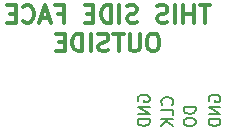
<source format=gbo>
G04 #@! TF.GenerationSoftware,KiCad,Pcbnew,8.0.2*
G04 #@! TF.CreationDate,2024-05-30T00:05:45-04:00*
G04 #@! TF.ProjectId,gc_sp2,67635f73-7032-42e6-9b69-6361645f7063,rev?*
G04 #@! TF.SameCoordinates,Original*
G04 #@! TF.FileFunction,Legend,Bot*
G04 #@! TF.FilePolarity,Positive*
%FSLAX46Y46*%
G04 Gerber Fmt 4.6, Leading zero omitted, Abs format (unit mm)*
G04 Created by KiCad (PCBNEW 8.0.2) date 2024-05-30 00:05:45*
%MOMM*%
%LPD*%
G01*
G04 APERTURE LIST*
%ADD10C,0.150000*%
%ADD11C,0.300000*%
G04 APERTURE END LIST*
D10*
X76102438Y-110115601D02*
X76054819Y-110020363D01*
X76054819Y-110020363D02*
X76054819Y-109877506D01*
X76054819Y-109877506D02*
X76102438Y-109734649D01*
X76102438Y-109734649D02*
X76197676Y-109639411D01*
X76197676Y-109639411D02*
X76292914Y-109591792D01*
X76292914Y-109591792D02*
X76483390Y-109544173D01*
X76483390Y-109544173D02*
X76626247Y-109544173D01*
X76626247Y-109544173D02*
X76816723Y-109591792D01*
X76816723Y-109591792D02*
X76911961Y-109639411D01*
X76911961Y-109639411D02*
X77007200Y-109734649D01*
X77007200Y-109734649D02*
X77054819Y-109877506D01*
X77054819Y-109877506D02*
X77054819Y-109972744D01*
X77054819Y-109972744D02*
X77007200Y-110115601D01*
X77007200Y-110115601D02*
X76959580Y-110163220D01*
X76959580Y-110163220D02*
X76626247Y-110163220D01*
X76626247Y-110163220D02*
X76626247Y-109972744D01*
X77054819Y-110591792D02*
X76054819Y-110591792D01*
X76054819Y-110591792D02*
X77054819Y-111163220D01*
X77054819Y-111163220D02*
X76054819Y-111163220D01*
X77054819Y-111639411D02*
X76054819Y-111639411D01*
X76054819Y-111639411D02*
X76054819Y-111877506D01*
X76054819Y-111877506D02*
X76102438Y-112020363D01*
X76102438Y-112020363D02*
X76197676Y-112115601D01*
X76197676Y-112115601D02*
X76292914Y-112163220D01*
X76292914Y-112163220D02*
X76483390Y-112210839D01*
X76483390Y-112210839D02*
X76626247Y-112210839D01*
X76626247Y-112210839D02*
X76816723Y-112163220D01*
X76816723Y-112163220D02*
X76911961Y-112115601D01*
X76911961Y-112115601D02*
X77007200Y-112020363D01*
X77007200Y-112020363D02*
X77054819Y-111877506D01*
X77054819Y-111877506D02*
X77054819Y-111639411D01*
X78959580Y-110401315D02*
X79007200Y-110353696D01*
X79007200Y-110353696D02*
X79054819Y-110210839D01*
X79054819Y-110210839D02*
X79054819Y-110115601D01*
X79054819Y-110115601D02*
X79007200Y-109972744D01*
X79007200Y-109972744D02*
X78911961Y-109877506D01*
X78911961Y-109877506D02*
X78816723Y-109829887D01*
X78816723Y-109829887D02*
X78626247Y-109782268D01*
X78626247Y-109782268D02*
X78483390Y-109782268D01*
X78483390Y-109782268D02*
X78292914Y-109829887D01*
X78292914Y-109829887D02*
X78197676Y-109877506D01*
X78197676Y-109877506D02*
X78102438Y-109972744D01*
X78102438Y-109972744D02*
X78054819Y-110115601D01*
X78054819Y-110115601D02*
X78054819Y-110210839D01*
X78054819Y-110210839D02*
X78102438Y-110353696D01*
X78102438Y-110353696D02*
X78150057Y-110401315D01*
X79054819Y-111306077D02*
X79054819Y-110829887D01*
X79054819Y-110829887D02*
X78054819Y-110829887D01*
X79054819Y-111639411D02*
X78054819Y-111639411D01*
X79054819Y-112210839D02*
X78483390Y-111782268D01*
X78054819Y-112210839D02*
X78626247Y-111639411D01*
X80954819Y-110591792D02*
X79954819Y-110591792D01*
X79954819Y-110591792D02*
X79954819Y-110829887D01*
X79954819Y-110829887D02*
X80002438Y-110972744D01*
X80002438Y-110972744D02*
X80097676Y-111067982D01*
X80097676Y-111067982D02*
X80192914Y-111115601D01*
X80192914Y-111115601D02*
X80383390Y-111163220D01*
X80383390Y-111163220D02*
X80526247Y-111163220D01*
X80526247Y-111163220D02*
X80716723Y-111115601D01*
X80716723Y-111115601D02*
X80811961Y-111067982D01*
X80811961Y-111067982D02*
X80907200Y-110972744D01*
X80907200Y-110972744D02*
X80954819Y-110829887D01*
X80954819Y-110829887D02*
X80954819Y-110591792D01*
X79954819Y-111782268D02*
X79954819Y-111972744D01*
X79954819Y-111972744D02*
X80002438Y-112067982D01*
X80002438Y-112067982D02*
X80097676Y-112163220D01*
X80097676Y-112163220D02*
X80288152Y-112210839D01*
X80288152Y-112210839D02*
X80621485Y-112210839D01*
X80621485Y-112210839D02*
X80811961Y-112163220D01*
X80811961Y-112163220D02*
X80907200Y-112067982D01*
X80907200Y-112067982D02*
X80954819Y-111972744D01*
X80954819Y-111972744D02*
X80954819Y-111782268D01*
X80954819Y-111782268D02*
X80907200Y-111687030D01*
X80907200Y-111687030D02*
X80811961Y-111591792D01*
X80811961Y-111591792D02*
X80621485Y-111544173D01*
X80621485Y-111544173D02*
X80288152Y-111544173D01*
X80288152Y-111544173D02*
X80097676Y-111591792D01*
X80097676Y-111591792D02*
X80002438Y-111687030D01*
X80002438Y-111687030D02*
X79954819Y-111782268D01*
D11*
X82142856Y-101970870D02*
X81285714Y-101970870D01*
X81714285Y-103470870D02*
X81714285Y-101970870D01*
X80785714Y-103470870D02*
X80785714Y-101970870D01*
X80785714Y-102685156D02*
X79928571Y-102685156D01*
X79928571Y-103470870D02*
X79928571Y-101970870D01*
X79214285Y-103470870D02*
X79214285Y-101970870D01*
X78571427Y-103399442D02*
X78357142Y-103470870D01*
X78357142Y-103470870D02*
X77999999Y-103470870D01*
X77999999Y-103470870D02*
X77857142Y-103399442D01*
X77857142Y-103399442D02*
X77785713Y-103328013D01*
X77785713Y-103328013D02*
X77714284Y-103185156D01*
X77714284Y-103185156D02*
X77714284Y-103042299D01*
X77714284Y-103042299D02*
X77785713Y-102899442D01*
X77785713Y-102899442D02*
X77857142Y-102828013D01*
X77857142Y-102828013D02*
X77999999Y-102756584D01*
X77999999Y-102756584D02*
X78285713Y-102685156D01*
X78285713Y-102685156D02*
X78428570Y-102613727D01*
X78428570Y-102613727D02*
X78499999Y-102542299D01*
X78499999Y-102542299D02*
X78571427Y-102399442D01*
X78571427Y-102399442D02*
X78571427Y-102256584D01*
X78571427Y-102256584D02*
X78499999Y-102113727D01*
X78499999Y-102113727D02*
X78428570Y-102042299D01*
X78428570Y-102042299D02*
X78285713Y-101970870D01*
X78285713Y-101970870D02*
X77928570Y-101970870D01*
X77928570Y-101970870D02*
X77714284Y-102042299D01*
X75999999Y-103399442D02*
X75785714Y-103470870D01*
X75785714Y-103470870D02*
X75428571Y-103470870D01*
X75428571Y-103470870D02*
X75285714Y-103399442D01*
X75285714Y-103399442D02*
X75214285Y-103328013D01*
X75214285Y-103328013D02*
X75142856Y-103185156D01*
X75142856Y-103185156D02*
X75142856Y-103042299D01*
X75142856Y-103042299D02*
X75214285Y-102899442D01*
X75214285Y-102899442D02*
X75285714Y-102828013D01*
X75285714Y-102828013D02*
X75428571Y-102756584D01*
X75428571Y-102756584D02*
X75714285Y-102685156D01*
X75714285Y-102685156D02*
X75857142Y-102613727D01*
X75857142Y-102613727D02*
X75928571Y-102542299D01*
X75928571Y-102542299D02*
X75999999Y-102399442D01*
X75999999Y-102399442D02*
X75999999Y-102256584D01*
X75999999Y-102256584D02*
X75928571Y-102113727D01*
X75928571Y-102113727D02*
X75857142Y-102042299D01*
X75857142Y-102042299D02*
X75714285Y-101970870D01*
X75714285Y-101970870D02*
X75357142Y-101970870D01*
X75357142Y-101970870D02*
X75142856Y-102042299D01*
X74500000Y-103470870D02*
X74500000Y-101970870D01*
X73785714Y-103470870D02*
X73785714Y-101970870D01*
X73785714Y-101970870D02*
X73428571Y-101970870D01*
X73428571Y-101970870D02*
X73214285Y-102042299D01*
X73214285Y-102042299D02*
X73071428Y-102185156D01*
X73071428Y-102185156D02*
X72999999Y-102328013D01*
X72999999Y-102328013D02*
X72928571Y-102613727D01*
X72928571Y-102613727D02*
X72928571Y-102828013D01*
X72928571Y-102828013D02*
X72999999Y-103113727D01*
X72999999Y-103113727D02*
X73071428Y-103256584D01*
X73071428Y-103256584D02*
X73214285Y-103399442D01*
X73214285Y-103399442D02*
X73428571Y-103470870D01*
X73428571Y-103470870D02*
X73785714Y-103470870D01*
X72285714Y-102685156D02*
X71785714Y-102685156D01*
X71571428Y-103470870D02*
X72285714Y-103470870D01*
X72285714Y-103470870D02*
X72285714Y-101970870D01*
X72285714Y-101970870D02*
X71571428Y-101970870D01*
X69285714Y-102685156D02*
X69785714Y-102685156D01*
X69785714Y-103470870D02*
X69785714Y-101970870D01*
X69785714Y-101970870D02*
X69071428Y-101970870D01*
X68571428Y-103042299D02*
X67857143Y-103042299D01*
X68714285Y-103470870D02*
X68214285Y-101970870D01*
X68214285Y-101970870D02*
X67714285Y-103470870D01*
X66357143Y-103328013D02*
X66428571Y-103399442D01*
X66428571Y-103399442D02*
X66642857Y-103470870D01*
X66642857Y-103470870D02*
X66785714Y-103470870D01*
X66785714Y-103470870D02*
X67000000Y-103399442D01*
X67000000Y-103399442D02*
X67142857Y-103256584D01*
X67142857Y-103256584D02*
X67214286Y-103113727D01*
X67214286Y-103113727D02*
X67285714Y-102828013D01*
X67285714Y-102828013D02*
X67285714Y-102613727D01*
X67285714Y-102613727D02*
X67214286Y-102328013D01*
X67214286Y-102328013D02*
X67142857Y-102185156D01*
X67142857Y-102185156D02*
X67000000Y-102042299D01*
X67000000Y-102042299D02*
X66785714Y-101970870D01*
X66785714Y-101970870D02*
X66642857Y-101970870D01*
X66642857Y-101970870D02*
X66428571Y-102042299D01*
X66428571Y-102042299D02*
X66357143Y-102113727D01*
X65714286Y-102685156D02*
X65214286Y-102685156D01*
X65000000Y-103470870D02*
X65714286Y-103470870D01*
X65714286Y-103470870D02*
X65714286Y-101970870D01*
X65714286Y-101970870D02*
X65000000Y-101970870D01*
X77499999Y-104385786D02*
X77214285Y-104385786D01*
X77214285Y-104385786D02*
X77071428Y-104457215D01*
X77071428Y-104457215D02*
X76928571Y-104600072D01*
X76928571Y-104600072D02*
X76857142Y-104885786D01*
X76857142Y-104885786D02*
X76857142Y-105385786D01*
X76857142Y-105385786D02*
X76928571Y-105671500D01*
X76928571Y-105671500D02*
X77071428Y-105814358D01*
X77071428Y-105814358D02*
X77214285Y-105885786D01*
X77214285Y-105885786D02*
X77499999Y-105885786D01*
X77499999Y-105885786D02*
X77642857Y-105814358D01*
X77642857Y-105814358D02*
X77785714Y-105671500D01*
X77785714Y-105671500D02*
X77857142Y-105385786D01*
X77857142Y-105385786D02*
X77857142Y-104885786D01*
X77857142Y-104885786D02*
X77785714Y-104600072D01*
X77785714Y-104600072D02*
X77642857Y-104457215D01*
X77642857Y-104457215D02*
X77499999Y-104385786D01*
X76214285Y-104385786D02*
X76214285Y-105600072D01*
X76214285Y-105600072D02*
X76142856Y-105742929D01*
X76142856Y-105742929D02*
X76071428Y-105814358D01*
X76071428Y-105814358D02*
X75928570Y-105885786D01*
X75928570Y-105885786D02*
X75642856Y-105885786D01*
X75642856Y-105885786D02*
X75499999Y-105814358D01*
X75499999Y-105814358D02*
X75428570Y-105742929D01*
X75428570Y-105742929D02*
X75357142Y-105600072D01*
X75357142Y-105600072D02*
X75357142Y-104385786D01*
X74857141Y-104385786D02*
X73999999Y-104385786D01*
X74428570Y-105885786D02*
X74428570Y-104385786D01*
X73571427Y-105814358D02*
X73357142Y-105885786D01*
X73357142Y-105885786D02*
X72999999Y-105885786D01*
X72999999Y-105885786D02*
X72857142Y-105814358D01*
X72857142Y-105814358D02*
X72785713Y-105742929D01*
X72785713Y-105742929D02*
X72714284Y-105600072D01*
X72714284Y-105600072D02*
X72714284Y-105457215D01*
X72714284Y-105457215D02*
X72785713Y-105314358D01*
X72785713Y-105314358D02*
X72857142Y-105242929D01*
X72857142Y-105242929D02*
X72999999Y-105171500D01*
X72999999Y-105171500D02*
X73285713Y-105100072D01*
X73285713Y-105100072D02*
X73428570Y-105028643D01*
X73428570Y-105028643D02*
X73499999Y-104957215D01*
X73499999Y-104957215D02*
X73571427Y-104814358D01*
X73571427Y-104814358D02*
X73571427Y-104671500D01*
X73571427Y-104671500D02*
X73499999Y-104528643D01*
X73499999Y-104528643D02*
X73428570Y-104457215D01*
X73428570Y-104457215D02*
X73285713Y-104385786D01*
X73285713Y-104385786D02*
X72928570Y-104385786D01*
X72928570Y-104385786D02*
X72714284Y-104457215D01*
X72071428Y-105885786D02*
X72071428Y-104385786D01*
X71357142Y-105885786D02*
X71357142Y-104385786D01*
X71357142Y-104385786D02*
X70999999Y-104385786D01*
X70999999Y-104385786D02*
X70785713Y-104457215D01*
X70785713Y-104457215D02*
X70642856Y-104600072D01*
X70642856Y-104600072D02*
X70571427Y-104742929D01*
X70571427Y-104742929D02*
X70499999Y-105028643D01*
X70499999Y-105028643D02*
X70499999Y-105242929D01*
X70499999Y-105242929D02*
X70571427Y-105528643D01*
X70571427Y-105528643D02*
X70642856Y-105671500D01*
X70642856Y-105671500D02*
X70785713Y-105814358D01*
X70785713Y-105814358D02*
X70999999Y-105885786D01*
X70999999Y-105885786D02*
X71357142Y-105885786D01*
X69857142Y-105100072D02*
X69357142Y-105100072D01*
X69142856Y-105885786D02*
X69857142Y-105885786D01*
X69857142Y-105885786D02*
X69857142Y-104385786D01*
X69857142Y-104385786D02*
X69142856Y-104385786D01*
D10*
X82102438Y-110115601D02*
X82054819Y-110020363D01*
X82054819Y-110020363D02*
X82054819Y-109877506D01*
X82054819Y-109877506D02*
X82102438Y-109734649D01*
X82102438Y-109734649D02*
X82197676Y-109639411D01*
X82197676Y-109639411D02*
X82292914Y-109591792D01*
X82292914Y-109591792D02*
X82483390Y-109544173D01*
X82483390Y-109544173D02*
X82626247Y-109544173D01*
X82626247Y-109544173D02*
X82816723Y-109591792D01*
X82816723Y-109591792D02*
X82911961Y-109639411D01*
X82911961Y-109639411D02*
X83007200Y-109734649D01*
X83007200Y-109734649D02*
X83054819Y-109877506D01*
X83054819Y-109877506D02*
X83054819Y-109972744D01*
X83054819Y-109972744D02*
X83007200Y-110115601D01*
X83007200Y-110115601D02*
X82959580Y-110163220D01*
X82959580Y-110163220D02*
X82626247Y-110163220D01*
X82626247Y-110163220D02*
X82626247Y-109972744D01*
X83054819Y-110591792D02*
X82054819Y-110591792D01*
X82054819Y-110591792D02*
X83054819Y-111163220D01*
X83054819Y-111163220D02*
X82054819Y-111163220D01*
X83054819Y-111639411D02*
X82054819Y-111639411D01*
X82054819Y-111639411D02*
X82054819Y-111877506D01*
X82054819Y-111877506D02*
X82102438Y-112020363D01*
X82102438Y-112020363D02*
X82197676Y-112115601D01*
X82197676Y-112115601D02*
X82292914Y-112163220D01*
X82292914Y-112163220D02*
X82483390Y-112210839D01*
X82483390Y-112210839D02*
X82626247Y-112210839D01*
X82626247Y-112210839D02*
X82816723Y-112163220D01*
X82816723Y-112163220D02*
X82911961Y-112115601D01*
X82911961Y-112115601D02*
X83007200Y-112020363D01*
X83007200Y-112020363D02*
X83054819Y-111877506D01*
X83054819Y-111877506D02*
X83054819Y-111639411D01*
M02*

</source>
